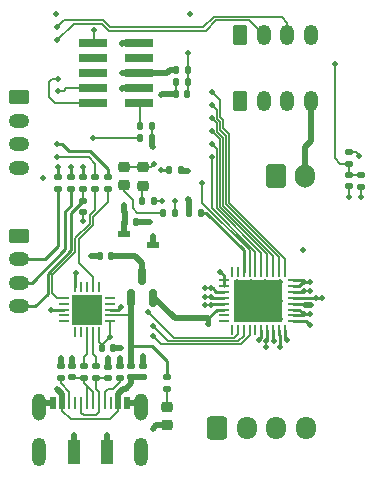
<source format=gtl>
%TF.GenerationSoftware,KiCad,Pcbnew,(6.0.7-1)-1*%
%TF.CreationDate,2022-09-14T15:44:29-04:00*%
%TF.ProjectId,phocuser,70686f63-7573-4657-922e-6b696361645f,rev?*%
%TF.SameCoordinates,Original*%
%TF.FileFunction,Copper,L1,Top*%
%TF.FilePolarity,Positive*%
%FSLAX46Y46*%
G04 Gerber Fmt 4.6, Leading zero omitted, Abs format (unit mm)*
G04 Created by KiCad (PCBNEW (6.0.7-1)-1) date 2022-09-14 15:44:29*
%MOMM*%
%LPD*%
G01*
G04 APERTURE LIST*
G04 Aperture macros list*
%AMRoundRect*
0 Rectangle with rounded corners*
0 $1 Rounding radius*
0 $2 $3 $4 $5 $6 $7 $8 $9 X,Y pos of 4 corners*
0 Add a 4 corners polygon primitive as box body*
4,1,4,$2,$3,$4,$5,$6,$7,$8,$9,$2,$3,0*
0 Add four circle primitives for the rounded corners*
1,1,$1+$1,$2,$3*
1,1,$1+$1,$4,$5*
1,1,$1+$1,$6,$7*
1,1,$1+$1,$8,$9*
0 Add four rect primitives between the rounded corners*
20,1,$1+$1,$2,$3,$4,$5,0*
20,1,$1+$1,$4,$5,$6,$7,0*
20,1,$1+$1,$6,$7,$8,$9,0*
20,1,$1+$1,$8,$9,$2,$3,0*%
G04 Aperture macros list end*
%TA.AperFunction,SMDPad,CuDef*%
%ADD10RoundRect,0.140000X-0.170000X0.140000X-0.170000X-0.140000X0.170000X-0.140000X0.170000X0.140000X0*%
%TD*%
%TA.AperFunction,SMDPad,CuDef*%
%ADD11RoundRect,0.135000X0.185000X-0.135000X0.185000X0.135000X-0.185000X0.135000X-0.185000X-0.135000X0*%
%TD*%
%TA.AperFunction,SMDPad,CuDef*%
%ADD12RoundRect,0.135000X-0.135000X-0.185000X0.135000X-0.185000X0.135000X0.185000X-0.135000X0.185000X0*%
%TD*%
%TA.AperFunction,SMDPad,CuDef*%
%ADD13RoundRect,0.218750X-0.256250X0.218750X-0.256250X-0.218750X0.256250X-0.218750X0.256250X0.218750X0*%
%TD*%
%TA.AperFunction,ComponentPad*%
%ADD14RoundRect,0.250000X-0.600000X-0.725000X0.600000X-0.725000X0.600000X0.725000X-0.600000X0.725000X0*%
%TD*%
%TA.AperFunction,ComponentPad*%
%ADD15O,1.700000X1.950000*%
%TD*%
%TA.AperFunction,SMDPad,CuDef*%
%ADD16RoundRect,0.062500X-0.062500X0.362500X-0.062500X-0.362500X0.062500X-0.362500X0.062500X0.362500X0*%
%TD*%
%TA.AperFunction,SMDPad,CuDef*%
%ADD17RoundRect,0.062500X-0.362500X0.062500X-0.362500X-0.062500X0.362500X-0.062500X0.362500X0.062500X0*%
%TD*%
%TA.AperFunction,ComponentPad*%
%ADD18C,0.500000*%
%TD*%
%TA.AperFunction,SMDPad,CuDef*%
%ADD19R,4.100000X3.600000*%
%TD*%
%TA.AperFunction,SMDPad,CuDef*%
%ADD20RoundRect,0.140000X0.140000X0.170000X-0.140000X0.170000X-0.140000X-0.170000X0.140000X-0.170000X0*%
%TD*%
%TA.AperFunction,SMDPad,CuDef*%
%ADD21R,2.400000X0.740000*%
%TD*%
%TA.AperFunction,ComponentPad*%
%ADD22RoundRect,0.250000X-0.600000X-0.750000X0.600000X-0.750000X0.600000X0.750000X-0.600000X0.750000X0*%
%TD*%
%TA.AperFunction,ComponentPad*%
%ADD23O,1.700000X2.000000*%
%TD*%
%TA.AperFunction,SMDPad,CuDef*%
%ADD24RoundRect,0.140000X0.170000X-0.140000X0.170000X0.140000X-0.170000X0.140000X-0.170000X-0.140000X0*%
%TD*%
%TA.AperFunction,SMDPad,CuDef*%
%ADD25RoundRect,0.140000X-0.140000X-0.170000X0.140000X-0.170000X0.140000X0.170000X-0.140000X0.170000X0*%
%TD*%
%TA.AperFunction,SMDPad,CuDef*%
%ADD26RoundRect,0.147500X-0.172500X0.147500X-0.172500X-0.147500X0.172500X-0.147500X0.172500X0.147500X0*%
%TD*%
%TA.AperFunction,SMDPad,CuDef*%
%ADD27R,0.520000X1.000000*%
%TD*%
%TA.AperFunction,SMDPad,CuDef*%
%ADD28R,0.270000X1.000000*%
%TD*%
%TA.AperFunction,SMDPad,CuDef*%
%ADD29R,1.000000X2.000000*%
%TD*%
%TA.AperFunction,ComponentPad*%
%ADD30O,1.158000X2.316000*%
%TD*%
%TA.AperFunction,ComponentPad*%
%ADD31O,1.200000X2.400000*%
%TD*%
%TA.AperFunction,SMDPad,CuDef*%
%ADD32RoundRect,0.135000X0.135000X0.185000X-0.135000X0.185000X-0.135000X-0.185000X0.135000X-0.185000X0*%
%TD*%
%TA.AperFunction,SMDPad,CuDef*%
%ADD33RoundRect,0.135000X-0.185000X0.135000X-0.185000X-0.135000X0.185000X-0.135000X0.185000X0.135000X0*%
%TD*%
%TA.AperFunction,SMDPad,CuDef*%
%ADD34RoundRect,0.062500X-0.350000X-0.062500X0.350000X-0.062500X0.350000X0.062500X-0.350000X0.062500X0*%
%TD*%
%TA.AperFunction,SMDPad,CuDef*%
%ADD35RoundRect,0.062500X-0.062500X-0.350000X0.062500X-0.350000X0.062500X0.350000X-0.062500X0.350000X0*%
%TD*%
%TA.AperFunction,SMDPad,CuDef*%
%ADD36R,2.500000X2.500000*%
%TD*%
%TA.AperFunction,ComponentPad*%
%ADD37RoundRect,0.250000X-0.350000X-0.625000X0.350000X-0.625000X0.350000X0.625000X-0.350000X0.625000X0*%
%TD*%
%TA.AperFunction,ComponentPad*%
%ADD38O,1.200000X1.750000*%
%TD*%
%TA.AperFunction,SMDPad,CuDef*%
%ADD39RoundRect,0.218750X0.256250X-0.218750X0.256250X0.218750X-0.256250X0.218750X-0.256250X-0.218750X0*%
%TD*%
%TA.AperFunction,ComponentPad*%
%ADD40RoundRect,0.250000X-0.625000X0.350000X-0.625000X-0.350000X0.625000X-0.350000X0.625000X0.350000X0*%
%TD*%
%TA.AperFunction,ComponentPad*%
%ADD41O,1.750000X1.200000*%
%TD*%
%TA.AperFunction,SMDPad,CuDef*%
%ADD42R,1.000001X0.599999*%
%TD*%
%TA.AperFunction,SMDPad,CuDef*%
%ADD43RoundRect,0.150000X0.150000X-0.587500X0.150000X0.587500X-0.150000X0.587500X-0.150000X-0.587500X0*%
%TD*%
%TA.AperFunction,ViaPad*%
%ADD44C,0.508000*%
%TD*%
%TA.AperFunction,Conductor*%
%ADD45C,0.152400*%
%TD*%
%TA.AperFunction,Conductor*%
%ADD46C,0.500000*%
%TD*%
%TA.AperFunction,Conductor*%
%ADD47C,0.250000*%
%TD*%
%TA.AperFunction,Conductor*%
%ADD48C,0.128000*%
%TD*%
%TA.AperFunction,Conductor*%
%ADD49C,0.400000*%
%TD*%
G04 APERTURE END LIST*
D10*
%TO.P,C19,1*%
%TO.N,/Vmeas*%
X196400000Y-79620000D03*
%TO.P,C19,2*%
%TO.N,GND*%
X196400000Y-80580000D03*
%TD*%
D11*
%TO.P,R21,2*%
%TO.N,GND*%
X196400000Y-77690000D03*
%TO.P,R21,1*%
%TO.N,/Vmeas*%
X196400000Y-78710000D03*
%TD*%
%TO.P,R20,1*%
%TO.N,+12V*%
X197400000Y-80610000D03*
%TO.P,R20,2*%
%TO.N,/Vmeas*%
X197400000Y-79590000D03*
%TD*%
D12*
%TO.P,R16,1*%
%TO.N,Net-(D4-Pad2)*%
X178890000Y-81800000D03*
%TO.P,R16,2*%
%TO.N,Net-(U1-Pad16)*%
X179910000Y-81800000D03*
%TD*%
%TO.P,R15,1*%
%TO.N,Net-(D3-Pad2)*%
X180690000Y-82800000D03*
%TO.P,R15,2*%
%TO.N,Net-(U1-Pad15)*%
X181710000Y-82800000D03*
%TD*%
D13*
%TO.P,D4,1,K*%
%TO.N,GND*%
X179000000Y-78925000D03*
%TO.P,D4,2,A*%
%TO.N,Net-(D4-Pad2)*%
X179000000Y-80500000D03*
%TD*%
%TO.P,D3,1,K*%
%TO.N,GND*%
X177400000Y-78912500D03*
%TO.P,D3,2,A*%
%TO.N,Net-(D3-Pad2)*%
X177400000Y-80487500D03*
%TD*%
D14*
%TO.P,J1,1,Pin_1*%
%TO.N,Net-(J1-Pad1)*%
X185250000Y-101000000D03*
D15*
%TO.P,J1,2,Pin_2*%
%TO.N,Net-(J1-Pad2)*%
X187750000Y-101000000D03*
%TO.P,J1,3,Pin_3*%
%TO.N,Net-(J1-Pad3)*%
X190250000Y-101000000D03*
%TO.P,J1,4,Pin_4*%
%TO.N,Net-(J1-Pad4)*%
X192750000Y-101000000D03*
%TD*%
D16*
%TO.P,U2,1,CLK*%
%TO.N,TMCCLK*%
X191000000Y-87800000D03*
%TO.P,U2,2,~{CS}_CFG3*%
%TO.N,~{CS1}*%
X190500000Y-87800000D03*
%TO.P,U2,3,SCK_CFG2*%
%TO.N,SCLK*%
X190000000Y-87800000D03*
%TO.P,U2,4,SDI_CFG1*%
%TO.N,MOSI*%
X189500000Y-87800000D03*
%TO.P,U2,5,SDO_CFG0*%
%TO.N,MISO*%
X189000000Y-87800000D03*
%TO.P,U2,6,STEP*%
%TO.N,STEP*%
X188500000Y-87800000D03*
%TO.P,U2,7,DIR*%
%TO.N,DIR*%
X188000000Y-87800000D03*
%TO.P,U2,8,VCC_IO*%
%TO.N,Net-(R12-Pad1)*%
X187500000Y-87800000D03*
%TO.P,U2,9,DNC*%
%TO.N,unconnected-(U2-Pad9)*%
X187000000Y-87800000D03*
%TO.P,U2,10,SPI_MODE*%
%TO.N,unconnected-(U2-Pad10)*%
X186500000Y-87800000D03*
D17*
%TO.P,U2,11,GNDD*%
%TO.N,GND*%
X185800000Y-88500000D03*
%TO.P,U2,12,GNDP*%
X185800000Y-89000000D03*
%TO.P,U2,13,OB1*%
%TO.N,Net-(J1-Pad2)*%
X185800000Y-89500000D03*
%TO.P,U2,14,BRB*%
%TO.N,Net-(C5-Pad2)*%
X185800000Y-90000000D03*
%TO.P,U2,15,OB2*%
%TO.N,Net-(J1-Pad1)*%
X185800000Y-90500000D03*
%TO.P,U2,16,VS*%
%TO.N,+12V*%
X185800000Y-91000000D03*
%TO.P,U2,17,DCO*%
%TO.N,unconnected-(U2-Pad17)*%
X185800000Y-91500000D03*
%TO.P,U2,18,DCEN_CFG4*%
%TO.N,unconnected-(U2-Pad18)*%
X185800000Y-92000000D03*
D16*
%TO.P,U2,19,DCIN_CFG5*%
%TO.N,unconnected-(U2-Pad19)*%
X186500000Y-92700000D03*
%TO.P,U2,20,DIAG0*%
%TO.N,DIAG0*%
X187000000Y-92700000D03*
%TO.P,U2,21,DIAG1*%
%TO.N,DIAG1*%
X187500000Y-92700000D03*
%TO.P,U2,22,~{DRV_EN}_CFG6*%
%TO.N,~{MOTOR_EN}*%
X188000000Y-92700000D03*
%TO.P,U2,23,AIN_IREF*%
%TO.N,unconnected-(U2-Pad23)*%
X188500000Y-92700000D03*
%TO.P,U2,24,GNDA*%
%TO.N,GND*%
X189000000Y-92700000D03*
%TO.P,U2,25,5VOUT*%
%TO.N,Net-(C2-Pad1)*%
X189500000Y-92700000D03*
%TO.P,U2,26,VCC*%
%TO.N,Net-(C1-Pad1)*%
X190000000Y-92700000D03*
%TO.P,U2,27,CPO*%
%TO.N,Net-(C3-Pad1)*%
X190500000Y-92700000D03*
%TO.P,U2,28,CPI*%
%TO.N,Net-(C3-Pad2)*%
X191000000Y-92700000D03*
D17*
%TO.P,U2,29,VCP*%
%TO.N,Net-(C6-Pad2)*%
X191700000Y-92000000D03*
%TO.P,U2,30,VSA*%
%TO.N,+12V*%
X191700000Y-91500000D03*
%TO.P,U2,31,VS*%
X191700000Y-91000000D03*
%TO.P,U2,32,OA2*%
%TO.N,Net-(J1-Pad4)*%
X191700000Y-90500000D03*
%TO.P,U2,33,BRA*%
%TO.N,Net-(C4-Pad1)*%
X191700000Y-90000000D03*
%TO.P,U2,34,OA1*%
%TO.N,Net-(J1-Pad3)*%
X191700000Y-89500000D03*
%TO.P,U2,35,GNDP*%
%TO.N,GND*%
X191700000Y-89000000D03*
%TO.P,U2,36,TST_MODE*%
X191700000Y-88500000D03*
D18*
%TO.P,U2,37,GNDD*%
X190550000Y-88700000D03*
X190550000Y-91800000D03*
X186950000Y-90250000D03*
X189350000Y-90250000D03*
X188150000Y-90250000D03*
X189350000Y-91800000D03*
X189350000Y-88700000D03*
X186950000Y-88700000D03*
X186950000Y-91800000D03*
X190550000Y-90250000D03*
X188150000Y-88700000D03*
D19*
X188750000Y-90250000D03*
D18*
X188150000Y-91800000D03*
%TD*%
D20*
%TO.P,C10,1*%
%TO.N,VCC*%
X182180000Y-79200000D03*
%TO.P,C10,2*%
%TO.N,GND*%
X181220000Y-79200000D03*
%TD*%
D21*
%TO.P,J2,1,VTref*%
%TO.N,Net-(J2-Pad1)*%
X178650000Y-73540000D03*
%TO.P,J2,2,SWDIO/TMS*%
%TO.N,SWDIO*%
X174750000Y-73540000D03*
%TO.P,J2,3,GND*%
%TO.N,GND*%
X178650000Y-72270000D03*
%TO.P,J2,4,SWDCLK/TCK*%
%TO.N,SWDCLK*%
X174750000Y-72270000D03*
%TO.P,J2,5,GND*%
%TO.N,GND*%
X178650000Y-71000000D03*
%TO.P,J2,6,SWO/TDO*%
%TO.N,unconnected-(J2-Pad6)*%
X174750000Y-71000000D03*
%TO.P,J2,7,KEY*%
%TO.N,unconnected-(J2-Pad7)*%
X178650000Y-69730000D03*
%TO.P,J2,8,NC/TDI*%
%TO.N,unconnected-(J2-Pad8)*%
X174750000Y-69730000D03*
%TO.P,J2,9,GNDDetect*%
%TO.N,GND*%
X178650000Y-68460000D03*
%TO.P,J2,10,~{RESET}*%
%TO.N,~{RESET}*%
X174750000Y-68460000D03*
%TD*%
D22*
%TO.P,J3,1,Pin_1*%
%TO.N,+12V*%
X190200000Y-79675000D03*
D23*
%TO.P,J3,2,Pin_2*%
%TO.N,GND*%
X192700000Y-79675000D03*
%TD*%
D24*
%TO.P,C11,1*%
%TO.N,Net-(C11-Pad1)*%
X179000000Y-96730000D03*
%TO.P,C11,2*%
%TO.N,GND*%
X179000000Y-95770000D03*
%TD*%
%TO.P,C12,1*%
%TO.N,DP*%
X173000000Y-96730000D03*
%TO.P,C12,2*%
%TO.N,GND*%
X173000000Y-95770000D03*
%TD*%
D10*
%TO.P,C13,1*%
%TO.N,GND*%
X176000000Y-95840000D03*
%TO.P,C13,2*%
%TO.N,DM*%
X176000000Y-96800000D03*
%TD*%
D20*
%TO.P,C14,1*%
%TO.N,GND*%
X176480000Y-94250000D03*
%TO.P,C14,2*%
%TO.N,Net-(C14-Pad2)*%
X175520000Y-94250000D03*
%TD*%
D25*
%TO.P,C15,1*%
%TO.N,VCC*%
X181770000Y-72750000D03*
%TO.P,C15,2*%
%TO.N,THERM0*%
X182730000Y-72750000D03*
%TD*%
D26*
%TO.P,FB1,1*%
%TO.N,VBUS*%
X178000000Y-95765000D03*
%TO.P,FB1,2*%
%TO.N,Net-(C11-Pad1)*%
X178000000Y-96735000D03*
%TD*%
D27*
%TO.P,J4,1,GND*%
%TO.N,GND*%
X171400000Y-98900000D03*
%TO.P,J4,2,VBUS*%
%TO.N,Net-(C11-Pad1)*%
X172150000Y-98900000D03*
D28*
%TO.P,J4,3,CC1*%
%TO.N,Net-(J4-Pad3)*%
X172750000Y-98900000D03*
%TO.P,J4,4,SBU2*%
%TO.N,unconnected-(J4-Pad4)*%
X173250000Y-98900000D03*
%TO.P,J4,5,D-*%
%TO.N,DM*%
X173750000Y-98900000D03*
%TO.P,J4,6,D+*%
%TO.N,DP*%
X174250000Y-98900000D03*
%TO.P,J4,7,D+*%
X174750000Y-98900000D03*
%TO.P,J4,8,D-*%
%TO.N,DM*%
X175250000Y-98900000D03*
%TO.P,J4,9,CC2*%
%TO.N,Net-(J4-Pad9)*%
X175750000Y-98900000D03*
%TO.P,J4,10,SBU1*%
%TO.N,unconnected-(J4-Pad10)*%
X176250000Y-98900000D03*
D27*
%TO.P,J4,11,VBUS*%
%TO.N,Net-(C11-Pad1)*%
X176850000Y-98900000D03*
%TO.P,J4,12,GND*%
%TO.N,GND*%
X177600000Y-98900000D03*
D29*
%TO.P,J4,S1,SHIELD*%
X173100000Y-103100000D03*
%TO.P,J4,S2,SHIELD*%
X175900000Y-103100000D03*
D30*
%TO.P,J4,S3,SHIELD*%
X170180000Y-99275000D03*
%TO.P,J4,S4,SHIELD*%
X178820000Y-99275000D03*
D31*
%TO.P,J4,S5,SHIELD*%
X170180000Y-103100000D03*
%TO.P,J4,S6,SHIELD*%
X178820000Y-103100000D03*
%TD*%
D32*
%TO.P,R4,1*%
%TO.N,VCC*%
X179760000Y-75500000D03*
%TO.P,R4,2*%
%TO.N,Net-(J2-Pad1)*%
X178740000Y-75500000D03*
%TD*%
%TO.P,R5,1*%
%TO.N,VCC*%
X179760000Y-76500000D03*
%TO.P,R5,2*%
%TO.N,~{RESET}*%
X178740000Y-76500000D03*
%TD*%
D11*
%TO.P,R6,1*%
%TO.N,Net-(J4-Pad9)*%
X177000000Y-96760000D03*
%TO.P,R6,2*%
%TO.N,GND*%
X177000000Y-95740000D03*
%TD*%
%TO.P,R7,1*%
%TO.N,Net-(J4-Pad3)*%
X172000000Y-96760000D03*
%TO.P,R7,2*%
%TO.N,GND*%
X172000000Y-95740000D03*
%TD*%
D33*
%TO.P,R8,1*%
%TO.N,Net-(R8-Pad1)*%
X175000000Y-95740000D03*
%TO.P,R8,2*%
%TO.N,DM*%
X175000000Y-96760000D03*
%TD*%
%TO.P,R9,1*%
%TO.N,Net-(R9-Pad1)*%
X174000000Y-95740000D03*
%TO.P,R9,2*%
%TO.N,DP*%
X174000000Y-96760000D03*
%TD*%
%TO.P,R10,1*%
%TO.N,TXD*%
X176000000Y-79780000D03*
%TO.P,R10,2*%
%TO.N,Net-(R10-Pad2)*%
X176000000Y-80800000D03*
%TD*%
%TO.P,R11,1*%
%TO.N,RXD*%
X174950000Y-79790000D03*
%TO.P,R11,2*%
%TO.N,Net-(R11-Pad2)*%
X174950000Y-80810000D03*
%TD*%
D32*
%TO.P,R12,1*%
%TO.N,Net-(R12-Pad1)*%
X183910000Y-82800000D03*
%TO.P,R12,2*%
%TO.N,VCC*%
X182890000Y-82800000D03*
%TD*%
%TO.P,R13,1*%
%TO.N,THERM0*%
X182760000Y-71750000D03*
%TO.P,R13,2*%
%TO.N,VCC*%
X181740000Y-71750000D03*
%TD*%
%TO.P,TH1,1*%
%TO.N,THERM0*%
X182760000Y-70750000D03*
%TO.P,TH1,2*%
%TO.N,GND*%
X181740000Y-70750000D03*
%TD*%
D34*
%TO.P,U3,1,RXD*%
%TO.N,Net-(R11-Pad2)*%
X172312500Y-90000000D03*
%TO.P,U3,2,~{RI}*%
%TO.N,unconnected-(U3-Pad2)*%
X172312500Y-90500000D03*
%TO.P,U3,3,GND*%
%TO.N,GND*%
X172312500Y-91000000D03*
%TO.P,U3,4,~{DSR}*%
%TO.N,unconnected-(U3-Pad4)*%
X172312500Y-91500000D03*
%TO.P,U3,5,~{DCD}*%
%TO.N,unconnected-(U3-Pad5)*%
X172312500Y-92000000D03*
D35*
%TO.P,U3,6,~{CTS}*%
%TO.N,unconnected-(U3-Pad6)*%
X173250000Y-92937500D03*
%TO.P,U3,7,CBUS2*%
%TO.N,unconnected-(U3-Pad7)*%
X173750000Y-92937500D03*
%TO.P,U3,8,USBDP*%
%TO.N,Net-(R9-Pad1)*%
X174250000Y-92937500D03*
%TO.P,U3,9,USBDM*%
%TO.N,Net-(R8-Pad1)*%
X174750000Y-92937500D03*
%TO.P,U3,10,3V3OUT*%
%TO.N,Net-(C14-Pad2)*%
X175250000Y-92937500D03*
D34*
%TO.P,U3,11,~{RESET}*%
X176187500Y-92000000D03*
%TO.P,U3,12,VCC*%
%TO.N,VBUS*%
X176187500Y-91500000D03*
%TO.P,U3,13,GND*%
%TO.N,GND*%
X176187500Y-91000000D03*
%TO.P,U3,14,CBUS1*%
%TO.N,unconnected-(U3-Pad14)*%
X176187500Y-90500000D03*
%TO.P,U3,15,CBUS0*%
%TO.N,unconnected-(U3-Pad15)*%
X176187500Y-90000000D03*
D35*
%TO.P,U3,16,CBUS3*%
%TO.N,unconnected-(U3-Pad16)*%
X175250000Y-89062500D03*
%TO.P,U3,17,TXD*%
%TO.N,Net-(R10-Pad2)*%
X174750000Y-89062500D03*
%TO.P,U3,18,~{DTR}*%
%TO.N,unconnected-(U3-Pad18)*%
X174250000Y-89062500D03*
%TO.P,U3,19,~{RTS}*%
%TO.N,unconnected-(U3-Pad19)*%
X173750000Y-89062500D03*
%TO.P,U3,20,VCCIO*%
%TO.N,Net-(C14-Pad2)*%
X173250000Y-89062500D03*
D18*
%TO.P,U3,21,GND*%
%TO.N,GND*%
X175250000Y-90000000D03*
X173250000Y-92000000D03*
D36*
X174250000Y-91000000D03*
D18*
X175250000Y-92000000D03*
X173250000Y-90000000D03*
%TD*%
D37*
%TO.P,J5,1,Pin_1*%
%TO.N,VCC*%
X187200000Y-67750000D03*
D38*
%TO.P,J5,2,Pin_2*%
%TO.N,ACC0_A*%
X189200000Y-67750000D03*
%TO.P,J5,3,Pin_3*%
%TO.N,ACC0_B*%
X191200000Y-67750000D03*
%TO.P,J5,4,Pin_4*%
%TO.N,GND*%
X193200000Y-67750000D03*
%TD*%
D37*
%TO.P,J6,1,Pin_1*%
%TO.N,VCC*%
X187200000Y-73350000D03*
D38*
%TO.P,J6,2,Pin_2*%
%TO.N,ACC1_A*%
X189200000Y-73350000D03*
%TO.P,J6,3,Pin_3*%
%TO.N,ACC1_B*%
X191200000Y-73350000D03*
%TO.P,J6,4,Pin_4*%
%TO.N,GND*%
X193200000Y-73350000D03*
%TD*%
D11*
%TO.P,R17,1*%
%TO.N,Net-(J7-Pad2)*%
X171800000Y-80810000D03*
%TO.P,R17,2*%
%TO.N,Net-(R17-Pad2)*%
X171800000Y-79790000D03*
%TD*%
%TO.P,R18,1*%
%TO.N,Net-(J7-Pad3)*%
X172850000Y-80820000D03*
%TO.P,R18,2*%
%TO.N,Net-(R18-Pad2)*%
X172850000Y-79800000D03*
%TD*%
%TO.P,R19,1*%
%TO.N,Net-(C16-Pad1)*%
X173900000Y-80810000D03*
%TO.P,R19,2*%
%TO.N,Net-(R19-Pad2)*%
X173900000Y-79790000D03*
%TD*%
D39*
%TO.P,D1,1,K*%
%TO.N,GND*%
X181000000Y-100787500D03*
%TO.P,D1,2,A*%
%TO.N,Net-(D1-Pad2)*%
X181000000Y-99212500D03*
%TD*%
D11*
%TO.P,R14,1*%
%TO.N,Net-(D1-Pad2)*%
X181000000Y-97760000D03*
%TO.P,R14,2*%
%TO.N,VBUS*%
X181000000Y-96740000D03*
%TD*%
D10*
%TO.P,C16,1*%
%TO.N,Net-(C16-Pad1)*%
X173900000Y-81820000D03*
%TO.P,C16,2*%
%TO.N,GND*%
X173900000Y-82780000D03*
%TD*%
D40*
%TO.P,J7,1,Pin_1*%
%TO.N,GND*%
X168510000Y-84740000D03*
D41*
%TO.P,J7,2,Pin_2*%
%TO.N,Net-(J7-Pad2)*%
X168510000Y-86740000D03*
%TO.P,J7,3,Pin_3*%
%TO.N,Net-(J7-Pad3)*%
X168510000Y-88740000D03*
%TO.P,J7,4,Pin_4*%
%TO.N,Net-(C16-Pad1)*%
X168510000Y-90740000D03*
%TD*%
D42*
%TO.P,U4,1,OUT*%
%TO.N,VCC*%
X177400000Y-84600000D03*
%TO.P,U4,2,IN*%
%TO.N,Net-(C17-Pad1)*%
X177400000Y-86499999D03*
%TO.P,U4,3,GND*%
%TO.N,GND*%
X179800000Y-85550001D03*
%TD*%
D20*
%TO.P,C17,1*%
%TO.N,Net-(C17-Pad1)*%
X176280000Y-86500000D03*
%TO.P,C17,2*%
%TO.N,GND*%
X175320000Y-86500000D03*
%TD*%
D25*
%TO.P,C18,1*%
%TO.N,VCC*%
X177420000Y-83550001D03*
%TO.P,C18,2*%
%TO.N,GND*%
X178380000Y-83550001D03*
%TD*%
D43*
%TO.P,D2,1*%
%TO.N,VBUS*%
X177950000Y-90037500D03*
%TO.P,D2,2*%
%TO.N,+12V*%
X179850000Y-90037500D03*
%TO.P,D2,3*%
%TO.N,Net-(C17-Pad1)*%
X178900000Y-88162500D03*
%TD*%
D40*
%TO.P,J8,1,Pin_1*%
%TO.N,ACC2_A*%
X168500000Y-73000000D03*
D41*
%TO.P,J8,2,Pin_2*%
%TO.N,ACC2_B*%
X168500000Y-75000000D03*
%TO.P,J8,3,Pin_3*%
%TO.N,ACC2_C*%
X168500000Y-77000000D03*
%TO.P,J8,4,Pin_4*%
%TO.N,GND*%
X168500000Y-79000000D03*
%TD*%
D44*
%TO.N,ACC0_B*%
X171700000Y-67100000D03*
%TO.N,ACC0_A*%
X171700000Y-68200000D03*
%TO.N,/Vmeas*%
X195200000Y-70200000D03*
%TO.N,GND*%
X197300000Y-78000000D03*
%TO.N,+12V*%
X197400000Y-81500000D03*
%TO.N,GND*%
X196400000Y-81500000D03*
X179900000Y-78700000D03*
%TO.N,Net-(U1-Pad16)*%
X180600000Y-81800000D03*
%TO.N,Net-(U1-Pad15)*%
X181700000Y-81800000D03*
%TO.N,GND*%
X172000000Y-95100000D03*
X171200000Y-91000000D03*
X179800000Y-84750001D03*
X177200000Y-71000000D03*
X177100000Y-94300000D03*
X173900000Y-83500000D03*
X177100000Y-90800000D03*
X193100000Y-88700000D03*
X170500000Y-79900000D03*
X177200000Y-68500000D03*
X176000000Y-95100000D03*
X173000000Y-95100000D03*
X174600000Y-86500000D03*
X177200000Y-72300000D03*
X171600000Y-66000000D03*
X188800000Y-93600000D03*
X173100000Y-101600000D03*
X192600000Y-88700000D03*
X177000000Y-95100000D03*
X185500000Y-87800000D03*
X179600000Y-83550001D03*
X179100000Y-83550001D03*
X180500000Y-79200000D03*
X183000000Y-66000000D03*
X179800000Y-101100000D03*
X179000000Y-94900000D03*
X175900000Y-101600000D03*
%TO.N,Net-(C1-Pad1)*%
X190059890Y-93699281D03*
%TO.N,Net-(C2-Pad1)*%
X189425433Y-93706895D03*
X189400000Y-94200000D03*
%TO.N,Net-(C3-Pad2)*%
X191200000Y-93600000D03*
%TO.N,Net-(C3-Pad1)*%
X190600000Y-94200000D03*
%TO.N,Net-(C4-Pad1)*%
X194100000Y-90000000D03*
X193600000Y-90000000D03*
%TO.N,Net-(C5-Pad2)*%
X184697307Y-89967689D03*
X184197307Y-89967689D03*
%TO.N,Net-(C6-Pad2)*%
X193100000Y-92300000D03*
%TO.N,~{MOTOR_EN}*%
X179800000Y-93200000D03*
%TO.N,DIAG1*%
X179800000Y-92400000D03*
%TO.N,DIAG0*%
X179400000Y-91200000D03*
%TO.N,DIR*%
X184000000Y-80300000D03*
%TO.N,STEP*%
X184800000Y-78100000D03*
%TO.N,MISO*%
X184800000Y-77000000D03*
%TO.N,MOSI*%
X184800000Y-75900000D03*
%TO.N,SCLK*%
X184800000Y-74800000D03*
%TO.N,~{CS1}*%
X184800000Y-73700000D03*
%TO.N,TMCCLK*%
X184800000Y-72600000D03*
%TO.N,+12V*%
X192500000Y-86000000D03*
X184500000Y-92250000D03*
X184500000Y-91750000D03*
X193100000Y-91400000D03*
X192600000Y-91400000D03*
%TO.N,VCC*%
X180500000Y-72800000D03*
X182750000Y-79250000D03*
X182750000Y-81650000D03*
X177400000Y-82150001D03*
X179800000Y-77200000D03*
X177400000Y-82750001D03*
%TO.N,~{RESET}*%
X174800000Y-67300000D03*
X174750000Y-76500000D03*
%TO.N,SWDCLK*%
X171750000Y-72500000D03*
%TO.N,SWDIO*%
X171750000Y-71500000D03*
%TO.N,Net-(C11-Pad1)*%
X177250000Y-97750000D03*
X171734322Y-97750000D03*
%TO.N,Net-(C14-Pad2)*%
X173300000Y-87900000D03*
X176187500Y-93312500D03*
%TO.N,THERM0*%
X182800000Y-69300000D03*
%TO.N,TXD*%
X171700000Y-77000000D03*
%TO.N,RXD*%
X171700000Y-78100000D03*
%TO.N,Net-(R17-Pad2)*%
X171800000Y-78900000D03*
%TO.N,Net-(R18-Pad2)*%
X172900000Y-78900000D03*
%TO.N,Net-(R19-Pad2)*%
X173900000Y-78900000D03*
%TO.N,Net-(J1-Pad4)*%
X192700000Y-90600000D03*
X193200000Y-90600000D03*
%TO.N,Net-(J1-Pad3)*%
X193100000Y-89400000D03*
X192600000Y-89400000D03*
%TO.N,Net-(J1-Pad2)*%
X184200000Y-89200000D03*
X184700000Y-89200000D03*
%TO.N,Net-(J1-Pad1)*%
X184250000Y-90600000D03*
X184750000Y-90600000D03*
%TD*%
D45*
%TO.N,ACC0_B*%
X184100000Y-67120600D02*
X185000000Y-66220600D01*
X171700000Y-67100000D02*
X172300000Y-66500000D01*
X172300000Y-66500000D02*
X175600000Y-66500000D01*
X175600000Y-66500000D02*
X175600000Y-66504868D01*
X176215732Y-67120600D02*
X184100000Y-67120600D01*
X175600000Y-66504868D02*
X176215732Y-67120600D01*
X185000000Y-66220600D02*
X190720600Y-66220600D01*
X190720600Y-66220600D02*
X191200000Y-66700000D01*
%TO.N,ACC0_A*%
X173100000Y-66800000D02*
X171700000Y-68200000D01*
X176100000Y-67400000D02*
X175800000Y-67100000D01*
X175800000Y-67100000D02*
X175500000Y-66800000D01*
X189200000Y-67750000D02*
X187950000Y-66500000D01*
X175500000Y-66800000D02*
X174000000Y-66800000D01*
X178200000Y-67400000D02*
X176100000Y-67400000D01*
X187950000Y-66500000D02*
X185200000Y-66500000D01*
X174000000Y-66800000D02*
X173100000Y-66800000D01*
X185200000Y-66500000D02*
X184300000Y-67400000D01*
X184300000Y-67400000D02*
X178200000Y-67400000D01*
%TO.N,ACC0_B*%
X191200000Y-67750000D02*
X191200000Y-66700000D01*
%TO.N,/Vmeas*%
X196390000Y-78700000D02*
X195700000Y-78700000D01*
X196400000Y-78710000D02*
X196390000Y-78700000D01*
X195700000Y-78700000D02*
X195200000Y-78200000D01*
X195200000Y-78200000D02*
X195200000Y-70200000D01*
%TO.N,GND*%
X196400000Y-77690000D02*
X196990000Y-77690000D01*
X196990000Y-77690000D02*
X197300000Y-78000000D01*
%TO.N,+12V*%
X197400000Y-80610000D02*
X197400000Y-81500000D01*
%TO.N,GND*%
X196400000Y-80580000D02*
X196400000Y-81500000D01*
%TO.N,/Vmeas*%
X196400000Y-79620000D02*
X196400000Y-78710000D01*
X197400000Y-79590000D02*
X196430000Y-79590000D01*
X196430000Y-79590000D02*
X196400000Y-79620000D01*
%TO.N,GND*%
X179675000Y-78925000D02*
X179900000Y-78700000D01*
X179000000Y-78925000D02*
X179675000Y-78925000D01*
X177400000Y-78912500D02*
X178987500Y-78912500D01*
X178987500Y-78912500D02*
X179000000Y-78925000D01*
%TO.N,Net-(D3-Pad2)*%
X177400000Y-80487500D02*
X177400000Y-81000000D01*
X177400000Y-81000000D02*
X178100000Y-81700000D01*
X178100000Y-81700000D02*
X178100000Y-82400000D01*
X178100000Y-82400000D02*
X178500000Y-82800000D01*
X178500000Y-82800000D02*
X180690000Y-82800000D01*
%TO.N,Net-(D4-Pad2)*%
X178890000Y-81800000D02*
X178890000Y-80610000D01*
X178890000Y-80610000D02*
X179000000Y-80500000D01*
%TO.N,Net-(U1-Pad16)*%
X180600000Y-81800000D02*
X179910000Y-81800000D01*
%TO.N,Net-(U1-Pad15)*%
X181710000Y-81810000D02*
X181700000Y-81800000D01*
X181710000Y-82800000D02*
X181710000Y-81810000D01*
D46*
%TO.N,GND*%
X171400000Y-98900000D02*
X170555000Y-98900000D01*
X176950000Y-94250000D02*
X177050000Y-94250000D01*
X181000000Y-100787500D02*
X180112500Y-100787500D01*
X192700000Y-79675000D02*
X192700000Y-77200000D01*
D47*
X185800000Y-89000000D02*
X185800000Y-88500000D01*
D46*
X178950000Y-68460000D02*
X177240000Y-68460000D01*
D47*
X191700000Y-89000000D02*
X191800000Y-89000000D01*
D46*
X179000000Y-95770000D02*
X179000000Y-94900000D01*
X192700000Y-77200000D02*
X193200000Y-76700000D01*
X177240000Y-68460000D02*
X177200000Y-68500000D01*
X179800000Y-85550001D02*
X179800000Y-84750001D01*
X177000000Y-95740000D02*
X177000000Y-95100000D01*
X181250000Y-70750000D02*
X181000000Y-71000000D01*
X173100000Y-103100000D02*
X173100000Y-101600000D01*
D47*
X191800000Y-89000000D02*
X192213526Y-89000000D01*
X189000000Y-92700000D02*
X189000000Y-93400000D01*
D46*
X170555000Y-98900000D02*
X170180000Y-99275000D01*
D47*
X192513526Y-88700000D02*
X193100000Y-88700000D01*
D46*
X177050000Y-94250000D02*
X177100000Y-94300000D01*
X175320000Y-86500000D02*
X174600000Y-86500000D01*
D47*
X172312500Y-91000000D02*
X171200000Y-91000000D01*
D46*
X179100000Y-83550001D02*
X179600000Y-83550001D01*
D47*
X189000000Y-93400000D02*
X188800000Y-93600000D01*
D46*
X178380000Y-83550001D02*
X179100000Y-83550001D01*
X173000000Y-95770000D02*
X173000000Y-95100000D01*
X176000000Y-95770000D02*
X176000000Y-95100000D01*
X176480000Y-94250000D02*
X176950000Y-94250000D01*
X178950000Y-72270000D02*
X177230000Y-72270000D01*
D47*
X176900000Y-91000000D02*
X177100000Y-90800000D01*
X176187500Y-91000000D02*
X176900000Y-91000000D01*
X192213526Y-89000000D02*
X192513526Y-88700000D01*
D46*
X181000000Y-71000000D02*
X178950000Y-71000000D01*
X181740000Y-70750000D02*
X181250000Y-70750000D01*
D47*
X185800000Y-88100000D02*
X185500000Y-87800000D01*
X185800000Y-88500000D02*
X185800000Y-88100000D01*
D46*
X193200000Y-76700000D02*
X193200000Y-73350000D01*
D47*
X192400000Y-88500000D02*
X192600000Y-88700000D01*
X181220000Y-79200000D02*
X180500000Y-79200000D01*
D46*
X178445000Y-98900000D02*
X178820000Y-99275000D01*
D47*
X191700000Y-88500000D02*
X192400000Y-88500000D01*
D46*
X180112500Y-100787500D02*
X179800000Y-101100000D01*
D48*
X173900000Y-82780000D02*
X173900000Y-83500000D01*
D46*
X177230000Y-72270000D02*
X177200000Y-72300000D01*
X175900000Y-103100000D02*
X175900000Y-101600000D01*
X177600000Y-98900000D02*
X178445000Y-98900000D01*
X178950000Y-71000000D02*
X177200000Y-71000000D01*
X172000000Y-95740000D02*
X172000000Y-95100000D01*
D47*
%TO.N,Net-(C1-Pad1)*%
X190059890Y-93699281D02*
X190000000Y-93639391D01*
X190000000Y-93639391D02*
X190000000Y-92700000D01*
%TO.N,Net-(C2-Pad1)*%
X189425433Y-93574567D02*
X189500000Y-93500000D01*
X189500000Y-93500000D02*
X189500000Y-92700000D01*
X189425433Y-93706895D02*
X189425433Y-93574567D01*
%TO.N,Net-(C3-Pad2)*%
X191000000Y-93400000D02*
X191200000Y-93600000D01*
X191000000Y-92700000D02*
X191000000Y-93400000D01*
%TO.N,Net-(C3-Pad1)*%
X190600000Y-94200000D02*
X190600000Y-93206207D01*
X190600000Y-93206207D02*
X190500000Y-93106207D01*
X190500000Y-93106207D02*
X190500000Y-92700000D01*
%TO.N,Net-(C4-Pad1)*%
X193600000Y-90000000D02*
X194100000Y-90000000D01*
X191700000Y-90000000D02*
X193600000Y-90000000D01*
%TO.N,Net-(C5-Pad2)*%
X185800000Y-90000000D02*
X184729618Y-90000000D01*
X184729618Y-90000000D02*
X184697307Y-89967689D01*
%TO.N,Net-(C6-Pad2)*%
X192800000Y-92000000D02*
X193100000Y-92300000D01*
X191700000Y-92000000D02*
X192800000Y-92000000D01*
D46*
%TO.N,Net-(C17-Pad1)*%
X178900000Y-87100000D02*
X178299999Y-86499999D01*
X178299999Y-86499999D02*
X177400000Y-86499999D01*
X178900000Y-88162500D02*
X178900000Y-87100000D01*
X177400000Y-86499999D02*
X176280000Y-86500000D01*
D48*
%TO.N,~{MOTOR_EN}*%
X180509998Y-93909998D02*
X187240002Y-93909998D01*
X187240002Y-93909998D02*
X188000000Y-93150000D01*
X188000000Y-93150000D02*
X188000000Y-92700000D01*
X179800000Y-93200000D02*
X180509998Y-93909998D01*
%TO.N,DIAG1*%
X187045001Y-93654999D02*
X187500000Y-93200000D01*
X181054999Y-93654999D02*
X187045001Y-93654999D01*
X179800000Y-92400000D02*
X181054999Y-93654999D01*
X187500000Y-93200000D02*
X187500000Y-92700000D01*
%TO.N,DIAG0*%
X179400000Y-91200000D02*
X181600000Y-93400000D01*
X181600000Y-93400000D02*
X186700000Y-93400000D01*
X186700000Y-93400000D02*
X187000000Y-93100000D01*
%TO.N,DIR*%
X184000000Y-80300000D02*
X184000000Y-82000000D01*
X188000000Y-86000000D02*
X188000000Y-87800000D01*
X184000000Y-82000000D02*
X188000000Y-86000000D01*
%TO.N,STEP*%
X188500000Y-87800000D02*
X188500000Y-86100000D01*
X184800000Y-82400000D02*
X184800000Y-78100000D01*
X188500000Y-86100000D02*
X184800000Y-82400000D01*
%TO.N,MISO*%
X185245000Y-82445000D02*
X189000000Y-86200000D01*
X185245000Y-77445000D02*
X185245000Y-82445000D01*
X184800000Y-77000000D02*
X185245000Y-77445000D01*
X189000000Y-86200000D02*
X189000000Y-87800000D01*
%TO.N,MOSI*%
X185500000Y-76600000D02*
X185500000Y-82304868D01*
X185500000Y-82304868D02*
X189500000Y-86304868D01*
X184800000Y-75900000D02*
X185500000Y-76600000D01*
X189500000Y-86304868D02*
X189500000Y-87800000D01*
%TO.N,SCLK*%
X185755000Y-82199244D02*
X190000000Y-86444244D01*
X185755000Y-76555000D02*
X185755000Y-82199244D01*
X185245000Y-75984376D02*
X185755000Y-76494376D01*
X185755000Y-76494376D02*
X185755000Y-76555000D01*
X185245000Y-75245000D02*
X185245000Y-75984376D01*
X190000000Y-86444244D02*
X190000000Y-87800000D01*
X184800000Y-74800000D02*
X185245000Y-75245000D01*
%TO.N,~{CS1}*%
X184800000Y-73700000D02*
X185245000Y-74145000D01*
X185500000Y-75100000D02*
X185500000Y-75800000D01*
X185500000Y-75800000D02*
X186010000Y-76310000D01*
X186010000Y-82093620D02*
X190500000Y-86583620D01*
X185245000Y-74845000D02*
X185500000Y-75100000D01*
X186010000Y-76310000D02*
X186010000Y-82093620D01*
X185245000Y-74145000D02*
X185245000Y-74845000D01*
X190500000Y-86583620D02*
X190500000Y-87800000D01*
%TO.N,TMCCLK*%
X191000000Y-86722996D02*
X191000000Y-87800000D01*
X185500000Y-74739376D02*
X185755000Y-74994376D01*
X186264999Y-81987995D02*
X191000000Y-86722996D01*
X185755000Y-75655000D02*
X186264999Y-76164999D01*
X185500000Y-73300000D02*
X185500000Y-74739376D01*
X186264999Y-76164999D02*
X186264999Y-81987995D01*
X185755000Y-74994376D02*
X185755000Y-75655000D01*
X184800000Y-72600000D02*
X185500000Y-73300000D01*
D49*
%TO.N,+12V*%
X184500000Y-91750000D02*
X184500000Y-92250000D01*
D47*
X192600000Y-91400000D02*
X193100000Y-91400000D01*
X185800000Y-91000000D02*
X185250000Y-91000000D01*
X192500000Y-91500000D02*
X192600000Y-91400000D01*
X191700000Y-91500000D02*
X192500000Y-91500000D01*
X185250000Y-91000000D02*
X184500000Y-91750000D01*
X192200000Y-91000000D02*
X192600000Y-91400000D01*
D46*
X179937500Y-90037500D02*
X179850000Y-90037500D01*
D47*
X191700000Y-91000000D02*
X192200000Y-91000000D01*
D46*
X184500000Y-91750000D02*
X181650000Y-91750000D01*
X181650000Y-91750000D02*
X179937500Y-90037500D01*
%TO.N,VCC*%
X177400000Y-82750001D02*
X177400000Y-82150001D01*
X182750000Y-79250000D02*
X182230000Y-79250000D01*
X182230000Y-79250000D02*
X182180000Y-79200000D01*
X177420000Y-83550001D02*
X177420000Y-82770001D01*
X179760000Y-77160000D02*
X179800000Y-77200000D01*
X182890000Y-81790000D02*
X182750000Y-81650000D01*
X177400000Y-83570001D02*
X177420000Y-83550001D01*
X177400000Y-84600000D02*
X177400000Y-83570001D01*
X179760000Y-76500000D02*
X179760000Y-77160000D01*
D45*
X181740000Y-71750000D02*
X181740000Y-72720000D01*
D46*
X181770000Y-72750000D02*
X180550000Y-72750000D01*
X182890000Y-82800000D02*
X182890000Y-81790000D01*
D45*
X179760000Y-75500000D02*
X179760000Y-76500000D01*
D46*
X177420000Y-82770001D02*
X177400000Y-82750001D01*
X180550000Y-72750000D02*
X180500000Y-72800000D01*
D45*
%TO.N,~{RESET}*%
X174800000Y-68460000D02*
X174800000Y-67300000D01*
X178740000Y-76500000D02*
X174750000Y-76500000D01*
%TO.N,SWDCLK*%
X172250000Y-72500000D02*
X172480000Y-72270000D01*
X171750000Y-72500000D02*
X172250000Y-72500000D01*
X172480000Y-72270000D02*
X174800000Y-72270000D01*
%TO.N,SWDIO*%
X171000000Y-73000000D02*
X171000000Y-71750000D01*
X171540000Y-73540000D02*
X171000000Y-73000000D01*
X171000000Y-71750000D02*
X171250000Y-71500000D01*
X174800000Y-73540000D02*
X171540000Y-73540000D01*
X171250000Y-71500000D02*
X171750000Y-71500000D01*
D46*
%TO.N,Net-(C11-Pad1)*%
X172150000Y-98900000D02*
X172150000Y-98165678D01*
X178995000Y-96735000D02*
X179000000Y-96730000D01*
D45*
X176850000Y-98900000D02*
X176850000Y-99552400D01*
D46*
X176850000Y-98150000D02*
X176850000Y-98900000D01*
X177500000Y-97750000D02*
X177250000Y-97750000D01*
D45*
X176152400Y-100250000D02*
X172847600Y-100250000D01*
D46*
X178000000Y-96735000D02*
X178000000Y-97250000D01*
X178000000Y-97250000D02*
X177500000Y-97750000D01*
D45*
X172847600Y-100250000D02*
X172150000Y-99552400D01*
D46*
X177250000Y-97750000D02*
X176850000Y-98150000D01*
D45*
X176850000Y-99552400D02*
X176152400Y-100250000D01*
X172150000Y-99552400D02*
X172150000Y-98900000D01*
D46*
X172150000Y-98165678D02*
X171734322Y-97750000D01*
X178000000Y-96735000D02*
X178995000Y-96735000D01*
D45*
%TO.N,Net-(C14-Pad2)*%
X176187500Y-93312500D02*
X176187500Y-92000000D01*
X175250000Y-93750000D02*
X175250000Y-92937500D01*
D47*
X173250000Y-87950000D02*
X173300000Y-87900000D01*
D45*
X175520000Y-94250000D02*
X175520000Y-93980000D01*
X175520000Y-93980000D02*
X176187500Y-93312500D01*
X175520000Y-94020000D02*
X175250000Y-93750000D01*
X175520000Y-94250000D02*
X175520000Y-94020000D01*
D47*
X173250000Y-89062500D02*
X173250000Y-87950000D01*
D45*
%TO.N,THERM0*%
X182760000Y-70750000D02*
X182760000Y-71750000D01*
X182760000Y-72720000D02*
X182730000Y-72750000D01*
X182760000Y-69340000D02*
X182800000Y-69300000D01*
X182760000Y-71750000D02*
X182760000Y-72720000D01*
X182760000Y-70750000D02*
X182760000Y-69340000D01*
D47*
%TO.N,VBUS*%
X179700000Y-94100000D02*
X178000000Y-94100000D01*
D46*
X178000000Y-95470000D02*
X178000000Y-94100000D01*
D47*
X181000000Y-96740000D02*
X181000000Y-95400000D01*
D46*
X178000000Y-94100000D02*
X178000000Y-91500000D01*
D48*
X176187500Y-91500000D02*
X178000000Y-91500000D01*
D47*
X181000000Y-95400000D02*
X179700000Y-94100000D01*
D46*
X178000000Y-95765000D02*
X178000000Y-95470000D01*
X178000000Y-90087500D02*
X177950000Y-90037500D01*
X178000000Y-91500000D02*
X178000000Y-90087500D01*
D45*
%TO.N,Net-(J2-Pad1)*%
X178740000Y-75500000D02*
X178740000Y-73580000D01*
X178740000Y-73580000D02*
X178700000Y-73540000D01*
D48*
%TO.N,Net-(J4-Pad9)*%
X176000000Y-97700000D02*
X175750000Y-97950000D01*
X176400000Y-97700000D02*
X176000000Y-97700000D01*
X177000000Y-96760000D02*
X177000000Y-97100000D01*
X177000000Y-97100000D02*
X176400000Y-97700000D01*
X175750000Y-97950000D02*
X175750000Y-98900000D01*
D45*
%TO.N,Net-(J4-Pad3)*%
X172750000Y-98000000D02*
X172000000Y-97250000D01*
X172750000Y-98900000D02*
X172750000Y-98000000D01*
X172000000Y-97250000D02*
X172000000Y-96760000D01*
%TO.N,Net-(R8-Pad1)*%
X174750000Y-93687500D02*
X174750000Y-94750000D01*
X174750000Y-93687500D02*
X174750000Y-92937500D01*
X175000000Y-95000000D02*
X175000000Y-95740000D01*
X174750000Y-94750000D02*
X175000000Y-95000000D01*
%TO.N,Net-(R9-Pad1)*%
X174250000Y-94750000D02*
X174250000Y-93687500D01*
X174250000Y-93687500D02*
X174250000Y-92937500D01*
X174000000Y-95740000D02*
X174000000Y-95000000D01*
X174000000Y-95000000D02*
X174250000Y-94750000D01*
D48*
%TO.N,Net-(R10-Pad2)*%
X173600000Y-84996559D02*
X174750000Y-83846559D01*
X174750000Y-88250000D02*
X173600000Y-87100000D01*
X174750000Y-83150000D02*
X176000000Y-81900000D01*
X174750000Y-83846559D02*
X174750000Y-83150000D01*
X173600000Y-87100000D02*
X173600000Y-84996559D01*
X174750000Y-89062500D02*
X174750000Y-88250000D01*
X176000000Y-81900000D02*
X176000000Y-80800000D01*
D47*
%TO.N,TXD*%
X176000000Y-79100000D02*
X176000000Y-79780000D01*
X172700000Y-77600000D02*
X174500000Y-77600000D01*
X172100000Y-77000000D02*
X172700000Y-77600000D01*
X171700000Y-77000000D02*
X172100000Y-77000000D01*
X174500000Y-77600000D02*
X176000000Y-79100000D01*
D48*
%TO.N,Net-(R11-Pad2)*%
X173241410Y-84958590D02*
X174469590Y-83730410D01*
X174469590Y-83030410D02*
X174950000Y-82550000D01*
X172312500Y-90000000D02*
X171700000Y-90000000D01*
X171300000Y-89600000D02*
X171300000Y-88082826D01*
X174469590Y-83730410D02*
X174469590Y-83030410D01*
X171300000Y-88082826D02*
X173241410Y-86141416D01*
X174950000Y-82550000D02*
X174950000Y-80810000D01*
X173241410Y-86141416D02*
X173241410Y-84958590D01*
X171700000Y-90000000D02*
X171300000Y-89600000D01*
%TO.N,RXD*%
X174400000Y-78100000D02*
X174950000Y-78650000D01*
X174950000Y-78650000D02*
X174950000Y-79790000D01*
X171700000Y-78100000D02*
X174400000Y-78100000D01*
D47*
%TO.N,Net-(R12-Pad1)*%
X187500000Y-87800000D02*
X187500000Y-85946892D01*
X184353108Y-82800000D02*
X183910000Y-82800000D01*
X187500000Y-85946892D02*
X184353108Y-82800000D01*
D45*
%TO.N,DP*%
X174000000Y-97250000D02*
X174250000Y-97500000D01*
X174000000Y-96760000D02*
X173030000Y-96760000D01*
X174750000Y-98900000D02*
X174750000Y-98000000D01*
X174250000Y-97500000D02*
X174250000Y-98900000D01*
X174750000Y-98000000D02*
X174250000Y-97500000D01*
X173030000Y-96760000D02*
X173000000Y-96730000D01*
X174000000Y-96760000D02*
X174000000Y-97250000D01*
%TO.N,DM*%
X175000000Y-96760000D02*
X175970000Y-96760000D01*
X175250000Y-99695190D02*
X175000000Y-99945190D01*
X175000000Y-99945190D02*
X173945190Y-99945190D01*
X173750000Y-99750000D02*
X173750000Y-98900000D01*
X175000000Y-97750000D02*
X175000000Y-96760000D01*
X175250000Y-98900000D02*
X175250000Y-98000000D01*
X173945190Y-99945190D02*
X173750000Y-99750000D01*
X175250000Y-98900000D02*
X175250000Y-99695190D01*
X175250000Y-98000000D02*
X175000000Y-97750000D01*
D47*
%TO.N,Net-(R17-Pad2)*%
X171800000Y-79790000D02*
X171800000Y-78900000D01*
%TO.N,Net-(R18-Pad2)*%
X172900000Y-79750000D02*
X172850000Y-79800000D01*
X172900000Y-78900000D02*
X172900000Y-79750000D01*
%TO.N,Net-(R19-Pad2)*%
X173900000Y-79790000D02*
X173900000Y-78900000D01*
D45*
%TO.N,Net-(D1-Pad2)*%
X181000000Y-99212500D02*
X181000000Y-97760000D01*
D47*
%TO.N,Net-(C16-Pad1)*%
X170900000Y-88000000D02*
X172900000Y-86000000D01*
X169860000Y-90740000D02*
X170900000Y-89700000D01*
X168510000Y-90740000D02*
X169860000Y-90740000D01*
X172900000Y-82820000D02*
X173900000Y-81820000D01*
D48*
X173900000Y-81820000D02*
X173900000Y-80810000D01*
D47*
X170900000Y-89700000D02*
X170900000Y-88000000D01*
X172900000Y-86000000D02*
X172900000Y-82820000D01*
%TO.N,Net-(J7-Pad3)*%
X172850000Y-80820000D02*
X172850000Y-82250000D01*
X169560000Y-88740000D02*
X168510000Y-88740000D01*
X172400000Y-85900000D02*
X169560000Y-88740000D01*
X172850000Y-82250000D02*
X172400000Y-82700000D01*
X172400000Y-82700000D02*
X172400000Y-85900000D01*
%TO.N,Net-(J7-Pad2)*%
X168510000Y-86740000D02*
X170660000Y-86740000D01*
X171800000Y-85600000D02*
X171800000Y-80810000D01*
X170660000Y-86740000D02*
X171800000Y-85600000D01*
%TO.N,Net-(J1-Pad4)*%
X191700000Y-90500000D02*
X192600000Y-90500000D01*
X192600000Y-90500000D02*
X192700000Y-90600000D01*
D46*
X192700000Y-90600000D02*
X193200000Y-90600000D01*
D47*
%TO.N,Net-(J1-Pad3)*%
X191700000Y-89500000D02*
X192500000Y-89500000D01*
X192500000Y-89500000D02*
X192600000Y-89400000D01*
%TO.N,Net-(J1-Pad2)*%
X184900000Y-89200000D02*
X184700000Y-89200000D01*
X185100000Y-89400000D02*
X184900000Y-89200000D01*
X185800000Y-89500000D02*
X185200000Y-89500000D01*
X185200000Y-89500000D02*
X185100000Y-89400000D01*
%TO.N,Net-(J1-Pad1)*%
X184850000Y-90500000D02*
X184750000Y-90600000D01*
X185800000Y-90500000D02*
X184850000Y-90500000D01*
%TD*%
M02*

</source>
